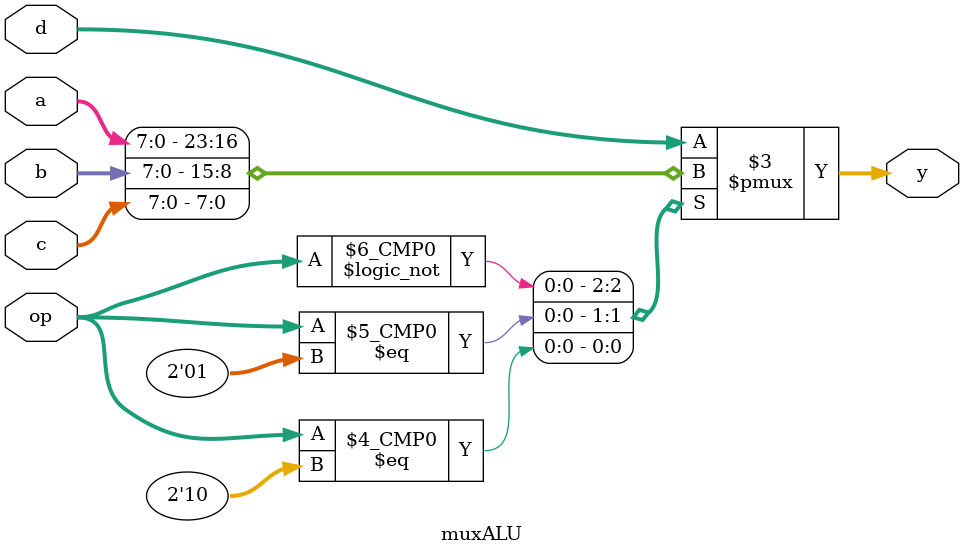
<source format=v>
module muxALU(a, b, c, d, op, y);

input [7:0] a;
input [7:0] b;
input [7:0] c;
input [7:0] d;
input [1:0] op;

output [7:0] y;
//reg [1:0] op;
reg [7:0] y;

always @ (a or b or c or d or op )
begin
	// We can use case statement also instead of if-Else Ladder

	case(op)
	2'b00 : y = a;
	2'b01 : y = b;
	2'b10 : y = c;
	default : y = d;
	endcase
		

	/*if ( op == 0 )
	begin
		y = a;
	end
	
	else if ( op == 1 )
	begin
		y = b;
	end

	else if ( op == 2 )
	begin
		y = c;
	end
	
	else 
	begin
		y = d;
	end
*/
end
endmodule
</source>
